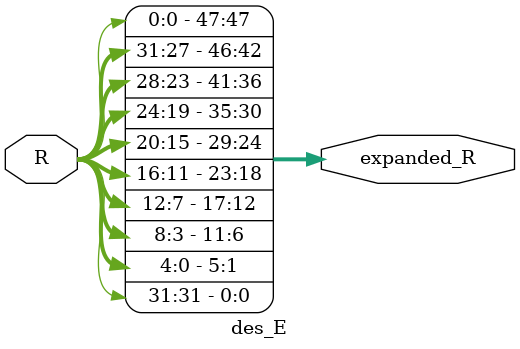
<source format=v>
`timescale 1ns / 1ps


module des_E(
    input [31:0] R,
    output [47:0] expanded_R
    );

assign expanded_R = {
    R[31-31], R[31-0], R[31-1], R[31-2], R[31-3], R[31-4], 
    R[31-3], R[31-4], R[31-5], R[31-6], R[31-7], R[31-8],
    R[31-7], R[31-8], R[31-9], R[31-10], R[31-11], R[31-12],
    R[31-11], R[31-12], R[31-13], R[31-14], R[31-15], R[31-16],
    R[31-15], R[31-16], R[31-17], R[31-18], R[31-19], R[31-20],
    R[31-19], R[31-20], R[31-21], R[31-22], R[31-23], R[31-24],
    R[31-23], R[31-24], R[31-25], R[31-26], R[31-27], R[31-28],
    R[31-27], R[31-28], R[31-29], R[31-30], R[31-31], R[31-0]
};

endmodule

</source>
